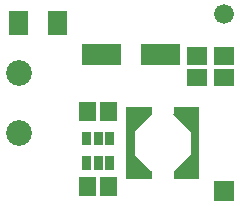
<source format=gbr>
G04 start of page 6 for group -4063 idx -4063 *
G04 Title: (unknown), componentmask *
G04 Creator: pcb 20140316 *
G04 CreationDate: Thu 20 Aug 2020 03:11:14 AM GMT UTC *
G04 For: railfan *
G04 Format: Gerber/RS-274X *
G04 PCB-Dimensions (mil): 1150.00 910.00 *
G04 PCB-Coordinate-Origin: lower left *
%MOIN*%
%FSLAX25Y25*%
%LNTOPMASK*%
%ADD40R,0.0300X0.0300*%
%ADD39R,0.0290X0.0290*%
%ADD38R,0.0572X0.0572*%
%ADD37R,0.0690X0.0690*%
%ADD36R,0.0610X0.0610*%
%ADD35C,0.0660*%
%ADD34C,0.0001*%
%ADD33C,0.0860*%
G54D33*X30500Y55500D03*
Y35500D03*
G54D34*G36*
X95700Y19300D02*Y12700D01*
X102300D01*
Y19300D01*
X95700D01*
G37*
G54D35*X99000Y75000D03*
G54D36*X30500Y73000D02*Y71000D01*
X43500Y73000D02*Y71000D01*
G54D37*X55008Y61500D02*X61307D01*
X74693D02*X80992D01*
G54D38*X98607Y53957D02*X99393D01*
X98607Y61043D02*X99393D01*
G54D39*X89250Y42750D02*Y21350D01*
G54D38*X89607Y53957D02*X90393D01*
X89607Y61043D02*X90393D01*
X60593Y17943D02*Y17157D01*
X53507Y17943D02*Y17157D01*
G54D39*X67850Y21350D02*X73450D01*
X83650D02*X89250D01*
G54D34*G36*
X69000Y28519D02*X75019Y22500D01*
X72473Y19954D01*
X66454Y25973D01*
X69000Y28519D01*
G37*
G36*
X82081Y22500D02*X88100Y28519D01*
X90646Y25973D01*
X84627Y19954D01*
X82081Y22500D01*
G37*
G36*
X67200Y24300D02*Y20700D01*
X70800D01*
Y24300D01*
X67200D01*
G37*
G36*
X86300D02*Y20700D01*
X89900D01*
Y24300D01*
X86300D01*
G37*
G54D39*X67850Y42750D02*X73450D01*
X83650D02*X89250D01*
G54D34*G36*
X66454Y38127D02*X72473Y44146D01*
X75019Y41600D01*
X69000Y35581D01*
X66454Y38127D01*
G37*
G36*
X84627Y44146D02*X90646Y38127D01*
X88100Y35581D01*
X82081Y41600D01*
X84627Y44146D01*
G37*
G36*
X67200Y43400D02*Y39800D01*
X70800D01*
Y43400D01*
X67200D01*
G37*
G36*
X86300D02*Y39800D01*
X89900D01*
Y43400D01*
X86300D01*
G37*
G54D38*X53457Y42893D02*Y42107D01*
X60543Y42893D02*Y42107D01*
G54D40*X53150Y34350D02*Y32750D01*
G54D39*X67850Y42750D02*Y21350D01*
G54D40*X60950Y34350D02*Y32750D01*
X57050Y34350D02*Y32750D01*
X53150Y26150D02*Y24550D01*
X57050Y26150D02*Y24550D01*
X60950Y26150D02*Y24550D01*
M02*

</source>
